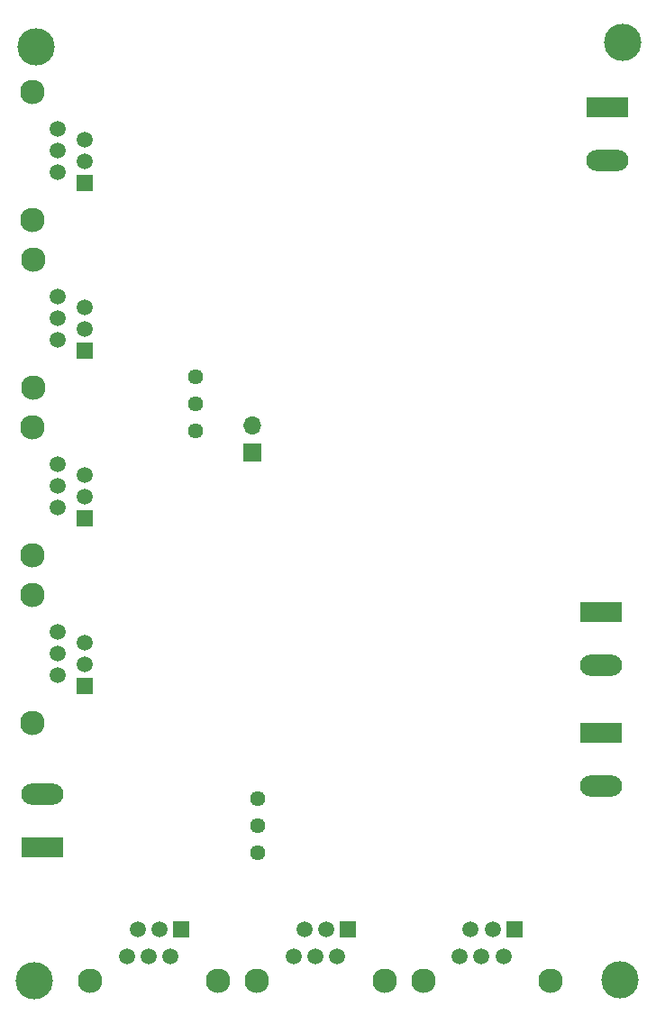
<source format=gbr>
%TF.GenerationSoftware,KiCad,Pcbnew,7.0.6*%
%TF.CreationDate,2024-05-05T09:17:33-05:00*%
%TF.ProjectId,BOARD_ESP32_S3,424f4152-445f-4455-9350-33325f53332e,rev?*%
%TF.SameCoordinates,Original*%
%TF.FileFunction,Soldermask,Bot*%
%TF.FilePolarity,Negative*%
%FSLAX46Y46*%
G04 Gerber Fmt 4.6, Leading zero omitted, Abs format (unit mm)*
G04 Created by KiCad (PCBNEW 7.0.6) date 2024-05-05 09:17:33*
%MOMM*%
%LPD*%
G01*
G04 APERTURE LIST*
%ADD10C,3.500000*%
%ADD11C,2.300000*%
%ADD12R,1.520000X1.520000*%
%ADD13C,1.520000*%
%ADD14R,3.960000X1.980000*%
%ADD15O,3.960000X1.980000*%
%ADD16R,1.700000X1.700000*%
%ADD17O,1.700000X1.700000*%
%ADD18C,1.440000*%
G04 APERTURE END LIST*
D10*
%TO.C,GND*%
X195224400Y-124104400D03*
%TD*%
%TO.C,GND*%
X140233400Y-124231400D03*
%TD*%
D11*
%TO.C,PLUVIOMETER1*%
X140092400Y-88011400D03*
X140092400Y-100011400D03*
D12*
X144932400Y-96561400D03*
D13*
X142392400Y-95541400D03*
X144932400Y-94521400D03*
X142392400Y-93501400D03*
X144932400Y-92481400D03*
X142392400Y-91461400D03*
%TD*%
D11*
%TO.C,TEMP_5CM*%
X145505400Y-124231400D03*
X157505400Y-124231400D03*
D12*
X154055400Y-119391400D03*
D13*
X153035400Y-121931400D03*
X152015400Y-119391400D03*
X150995400Y-121931400D03*
X149975400Y-119391400D03*
X148955400Y-121931400D03*
%TD*%
D10*
%TO.C,GND*%
X140360400Y-36474400D03*
%TD*%
D11*
%TO.C,BUS_I2C1*%
X140114400Y-56509400D03*
X140114400Y-68509400D03*
D12*
X144954400Y-65059400D03*
D13*
X142414400Y-64039400D03*
X144954400Y-63019400D03*
X142414400Y-61999400D03*
X144954400Y-60979400D03*
X142414400Y-59959400D03*
%TD*%
D11*
%TO.C,TEMP_10CM*%
X161126400Y-124231400D03*
X173126400Y-124231400D03*
D12*
X169676400Y-119391400D03*
D13*
X168656400Y-121931400D03*
X167636400Y-119391400D03*
X166616400Y-121931400D03*
X165596400Y-119391400D03*
X164576400Y-121931400D03*
%TD*%
D14*
%TO.C,VBAT*%
X194056000Y-42193000D03*
D15*
X194056000Y-47193000D03*
%TD*%
D11*
%TO.C,W_SPEED/W_DIR1*%
X140092400Y-72247400D03*
X140092400Y-84247400D03*
D12*
X144932400Y-80797400D03*
D13*
X142392400Y-79777400D03*
X144932400Y-78757400D03*
X142392400Y-77737400D03*
X144932400Y-76717400D03*
X142392400Y-75697400D03*
%TD*%
D16*
%TO.C,J3*%
X160680400Y-74574400D03*
D17*
X160680400Y-72034400D03*
%TD*%
D18*
%TO.C,RV1*%
X155346400Y-72557400D03*
X155346400Y-70017400D03*
X155346400Y-67477400D03*
%TD*%
D10*
%TO.C,GND*%
X195478400Y-36093400D03*
%TD*%
D18*
%TO.C,RV2*%
X161188400Y-112166400D03*
X161188400Y-109626400D03*
X161188400Y-107086400D03*
%TD*%
D11*
%TO.C,TEMP_15CM*%
X176778400Y-124223400D03*
X188778400Y-124223400D03*
D12*
X185328400Y-119383400D03*
D13*
X184308400Y-121923400D03*
X183288400Y-119383400D03*
X182268400Y-121923400D03*
X181248400Y-119383400D03*
X180228400Y-121923400D03*
%TD*%
D14*
%TO.C,J4*%
X193446400Y-100943200D03*
D15*
X193446400Y-105943200D03*
%TD*%
%TO.C,J5*%
X141020800Y-106658400D03*
D14*
X141020800Y-111658400D03*
%TD*%
D11*
%TO.C,EXTERNAL_I2C1*%
X140092400Y-40755400D03*
X140092400Y-52755400D03*
D12*
X144932400Y-49305400D03*
D13*
X142392400Y-48285400D03*
X144932400Y-47265400D03*
X142392400Y-46245400D03*
X144932400Y-45225400D03*
X142392400Y-44205400D03*
%TD*%
D15*
%TO.C,J1*%
X193446400Y-94614800D03*
D14*
X193446400Y-89614800D03*
%TD*%
M02*

</source>
